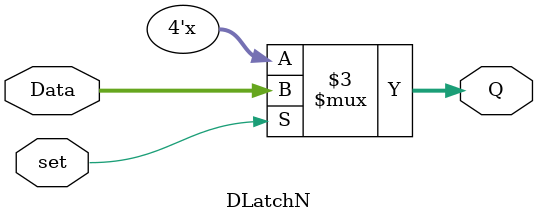
<source format=v>
`timescale 1ns / 1ps


module DLatchN(Data, set, Q);
    parameter n = 4;
    input [n-1:0]Data;
    input set;
    output reg [n-1:0]Q;

    always @(set or Data) begin
        if (set) begin
            Q = Data;
        end
    end
endmodule

</source>
